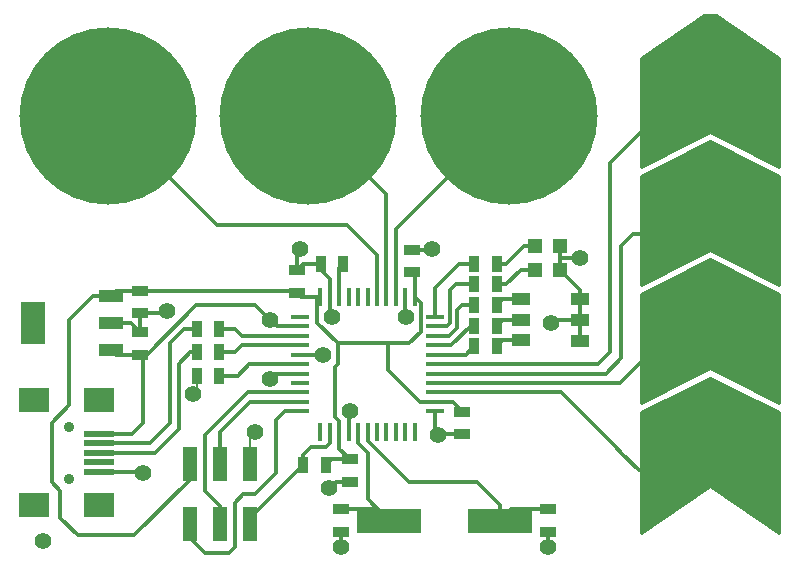
<source format=gtl>
G04 (created by PCBNEW-RS274X (2012-jan-04)-stable) date Wed 25 Apr 2012 03:41:19 PM EEST*
G01*
G70*
G90*
%MOIN*%
G04 Gerber Fmt 3.4, Leading zero omitted, Abs format*
%FSLAX34Y34*%
G04 APERTURE LIST*
%ADD10C,0.006000*%
%ADD11R,0.098400X0.019700*%
%ADD12R,0.098400X0.078700*%
%ADD13C,0.035400*%
%ADD14R,0.016000X0.060000*%
%ADD15R,0.060000X0.016000*%
%ADD16R,0.051200X0.118100*%
%ADD17R,0.035000X0.055000*%
%ADD18R,0.055000X0.035000*%
%ADD19R,0.216500X0.078700*%
%ADD20R,0.047200X0.047200*%
%ADD21C,0.590600*%
%ADD22R,0.080000X0.144000*%
%ADD23R,0.080000X0.040000*%
%ADD24C,0.051200*%
%ADD25R,0.059100X0.039400*%
%ADD26C,0.055100*%
%ADD27C,0.011800*%
%ADD28C,0.008000*%
%ADD29C,0.010000*%
G04 APERTURE END LIST*
G54D10*
G54D11*
X20571Y-30276D03*
X20571Y-30591D03*
X20571Y-30906D03*
X20571Y-31221D03*
X20571Y-31536D03*
G54D12*
X20571Y-29154D03*
X20571Y-32658D03*
X18406Y-32658D03*
X18406Y-29154D03*
G54D13*
X19587Y-30040D03*
X19587Y-31772D03*
G54D14*
X29528Y-25703D03*
X29213Y-25703D03*
X28898Y-25703D03*
X28583Y-25703D03*
X28268Y-25703D03*
X27953Y-25703D03*
X29843Y-25703D03*
X30158Y-25703D03*
X30473Y-25703D03*
X30788Y-25703D03*
X31103Y-25703D03*
X29528Y-30203D03*
X29213Y-30203D03*
X28898Y-30203D03*
X28583Y-30203D03*
X28268Y-30203D03*
X27953Y-30203D03*
X29843Y-30203D03*
X30158Y-30203D03*
X30473Y-30203D03*
X30788Y-30203D03*
X31103Y-30203D03*
G54D15*
X27278Y-27953D03*
X31778Y-27953D03*
X27278Y-28268D03*
X31778Y-28268D03*
X31778Y-28583D03*
X27278Y-28583D03*
X27278Y-28898D03*
X31778Y-28898D03*
X31778Y-29213D03*
X27278Y-29213D03*
X27278Y-29528D03*
X31778Y-29528D03*
X31778Y-27638D03*
X27278Y-27638D03*
X27278Y-27323D03*
X31778Y-27323D03*
X31778Y-27008D03*
X27278Y-27008D03*
X27278Y-26693D03*
X31778Y-26693D03*
X31778Y-26378D03*
X27278Y-26378D03*
G54D16*
X23606Y-33283D03*
X23606Y-31283D03*
X24606Y-33283D03*
X24606Y-31283D03*
X25606Y-33283D03*
X25606Y-31283D03*
G54D17*
X28131Y-31299D03*
X27381Y-31299D03*
X23838Y-26773D03*
X24588Y-26773D03*
X24588Y-27560D03*
X23838Y-27560D03*
X33090Y-24606D03*
X33840Y-24606D03*
X33090Y-25295D03*
X33840Y-25295D03*
X33090Y-27362D03*
X33840Y-27362D03*
G54D18*
X21949Y-27639D03*
X21949Y-26889D03*
X35531Y-32794D03*
X35531Y-33544D03*
X28642Y-32794D03*
X28642Y-33544D03*
G54D17*
X27971Y-24606D03*
X28721Y-24606D03*
G54D18*
X28937Y-31121D03*
X28937Y-31871D03*
X32677Y-29546D03*
X32677Y-30296D03*
G54D17*
X24588Y-28348D03*
X23838Y-28348D03*
G54D18*
X31004Y-24883D03*
X31004Y-24133D03*
X27165Y-25572D03*
X27165Y-24822D03*
X21949Y-25511D03*
X21949Y-26261D03*
G54D19*
X30237Y-33169D03*
X33937Y-33169D03*
G54D20*
X35118Y-24803D03*
X35944Y-24803D03*
X35118Y-24016D03*
X35944Y-24016D03*
G54D21*
X34252Y-19685D03*
X27559Y-19685D03*
X20866Y-19685D03*
G54D22*
X18385Y-26575D03*
G54D23*
X20985Y-26575D03*
X20985Y-25675D03*
X20985Y-27475D03*
G54D24*
X40945Y-31496D03*
X40945Y-27559D03*
X40945Y-23622D03*
X40945Y-19685D03*
G54D17*
X33090Y-26673D03*
X33840Y-26673D03*
X33090Y-25984D03*
X33840Y-25984D03*
G54D25*
X34646Y-25787D03*
X34646Y-26476D03*
X34646Y-27165D03*
X36615Y-25788D03*
X36615Y-26477D03*
X36615Y-27166D03*
G54D26*
X26280Y-26476D03*
X26280Y-28445D03*
X27264Y-24114D03*
X28937Y-29528D03*
X35531Y-34055D03*
X28642Y-34055D03*
X23721Y-28938D03*
X28248Y-32087D03*
X25787Y-30217D03*
X31890Y-30315D03*
X35630Y-26575D03*
X30807Y-26378D03*
X22835Y-26181D03*
X36614Y-24409D03*
X18701Y-33858D03*
X28051Y-27657D03*
X28346Y-26378D03*
X22047Y-31594D03*
X31693Y-24114D03*
G54D27*
X28309Y-31121D02*
X28131Y-31299D01*
X27855Y-25801D02*
X27953Y-25703D01*
X28583Y-30767D02*
X28937Y-31121D01*
X28583Y-30203D02*
X28583Y-30767D01*
X32677Y-29546D02*
X32677Y-29527D01*
X27953Y-25703D02*
X27296Y-25703D01*
X27296Y-25703D02*
X27165Y-25572D01*
X28583Y-30203D02*
X28583Y-29862D01*
X28544Y-27952D02*
X28544Y-27264D01*
X28445Y-28051D02*
X28544Y-27952D01*
X28445Y-29724D02*
X28445Y-28051D01*
X28583Y-29862D02*
X28445Y-29724D01*
X23606Y-31283D02*
X23606Y-31807D01*
X28937Y-31121D02*
X28309Y-31121D01*
X21752Y-33661D02*
X21457Y-33661D01*
X20388Y-25675D02*
X20985Y-25675D01*
X19882Y-26181D02*
X20388Y-25675D01*
X21457Y-33661D02*
X20276Y-33661D01*
X20276Y-33661D02*
X20275Y-33661D01*
X31778Y-29213D02*
X31280Y-29213D01*
X30217Y-28150D02*
X30217Y-27264D01*
X31280Y-29213D02*
X30217Y-28150D01*
X27165Y-25572D02*
X27165Y-25590D01*
X32677Y-29527D02*
X32363Y-29213D01*
X31299Y-26871D02*
X31299Y-25899D01*
X28839Y-27264D02*
X30217Y-27264D01*
X31299Y-25899D02*
X31103Y-25703D01*
X20276Y-33661D02*
X19881Y-33661D01*
X19587Y-26476D02*
X19882Y-26181D01*
X19587Y-29330D02*
X19587Y-26476D01*
X18996Y-29921D02*
X19587Y-29330D01*
X18996Y-31889D02*
X18996Y-29921D01*
X19291Y-32184D02*
X18996Y-31889D01*
X19291Y-33071D02*
X19291Y-32184D01*
X19881Y-33661D02*
X19291Y-33071D01*
X28544Y-27264D02*
X28839Y-27264D01*
X31103Y-24982D02*
X31004Y-24883D01*
X31103Y-25703D02*
X31103Y-24982D01*
X30906Y-27264D02*
X31299Y-26871D01*
X30217Y-27264D02*
X30906Y-27264D01*
X21949Y-25511D02*
X27104Y-25511D01*
X27104Y-25511D02*
X27165Y-25572D01*
X32363Y-29213D02*
X31778Y-29213D01*
X27854Y-26574D02*
X27855Y-26575D01*
X27855Y-26575D02*
X28544Y-27264D01*
X21949Y-25511D02*
X21149Y-25511D01*
X21149Y-25511D02*
X20985Y-25675D01*
X23606Y-31807D02*
X21752Y-33661D01*
X27855Y-26575D02*
X27855Y-25801D01*
X26497Y-26693D02*
X26280Y-26476D01*
X22164Y-27639D02*
X23819Y-25984D01*
X21949Y-27639D02*
X21149Y-27639D01*
X27278Y-26693D02*
X26497Y-26693D01*
X21693Y-30276D02*
X22047Y-29922D01*
X20571Y-30276D02*
X21693Y-30276D01*
X22047Y-29528D02*
X22047Y-29429D01*
X22047Y-29429D02*
X22047Y-27737D01*
X22047Y-29922D02*
X22047Y-29528D01*
X25788Y-25984D02*
X23819Y-25984D01*
X21949Y-27639D02*
X22164Y-27639D01*
X26457Y-28268D02*
X26280Y-28445D01*
X21149Y-27639D02*
X20985Y-27475D01*
X22047Y-27737D02*
X21949Y-27639D01*
X27278Y-28268D02*
X26457Y-28268D01*
X26280Y-26476D02*
X25788Y-25984D01*
X25098Y-32579D02*
X25394Y-32283D01*
X26771Y-29528D02*
X27278Y-29528D01*
X26476Y-31595D02*
X26476Y-29823D01*
X24901Y-34252D02*
X25098Y-34055D01*
X26476Y-29823D02*
X26771Y-29528D01*
X25394Y-32283D02*
X25788Y-32283D01*
X24114Y-34252D02*
X24901Y-34252D01*
X23606Y-33744D02*
X24114Y-34252D01*
X23606Y-33283D02*
X23606Y-33744D01*
X25098Y-34055D02*
X25098Y-32579D01*
X25788Y-32283D02*
X26476Y-31595D01*
X27278Y-29213D02*
X25610Y-29213D01*
X25610Y-29213D02*
X24606Y-30217D01*
X24606Y-30217D02*
X24606Y-31283D01*
X28268Y-30591D02*
X28150Y-30709D01*
X27381Y-30986D02*
X27381Y-31299D01*
X25606Y-33283D02*
X25606Y-33074D01*
X28268Y-30203D02*
X28268Y-30591D01*
X28150Y-30709D02*
X27658Y-30709D01*
X25606Y-33074D02*
X27381Y-31299D01*
X27658Y-30709D02*
X27381Y-30986D01*
X24606Y-32677D02*
X24606Y-33283D01*
X24114Y-30315D02*
X24114Y-32185D01*
X27278Y-28898D02*
X25531Y-28898D01*
X24114Y-32185D02*
X24606Y-32677D01*
X25531Y-28898D02*
X24114Y-30315D01*
X32579Y-24606D02*
X33090Y-24606D01*
X31778Y-25407D02*
X32579Y-24606D01*
X31778Y-26378D02*
X31778Y-25407D01*
X32165Y-26693D02*
X31778Y-26693D01*
X32283Y-26575D02*
X32165Y-26693D01*
X32283Y-25492D02*
X32283Y-26575D01*
X32480Y-25295D02*
X32283Y-25492D01*
X33090Y-25295D02*
X32480Y-25295D01*
X32503Y-26158D02*
X32677Y-25984D01*
X32677Y-25984D02*
X33090Y-25984D01*
X32244Y-27008D02*
X32503Y-26749D01*
X31778Y-27008D02*
X32244Y-27008D01*
X32503Y-26749D02*
X32503Y-26158D01*
X31778Y-27638D02*
X32814Y-27638D01*
X32814Y-27638D02*
X33090Y-27362D01*
X32972Y-26673D02*
X33090Y-26673D01*
X32322Y-27323D02*
X32972Y-26673D01*
X31778Y-27323D02*
X32322Y-27323D01*
X37598Y-21260D02*
X39173Y-19685D01*
X37204Y-27953D02*
X37598Y-27559D01*
X31778Y-27953D02*
X37204Y-27953D01*
X39173Y-19685D02*
X40945Y-19685D01*
X37598Y-27559D02*
X37598Y-21260D01*
X40945Y-23622D02*
X38386Y-23622D01*
X37481Y-28268D02*
X31778Y-28268D01*
X37992Y-27757D02*
X37481Y-28268D01*
X37992Y-24016D02*
X37992Y-27757D01*
X38386Y-23622D02*
X37992Y-24016D01*
X31778Y-28583D02*
X37952Y-28583D01*
X38976Y-27559D02*
X40945Y-27559D01*
X37952Y-28583D02*
X38976Y-27559D01*
X37795Y-30708D02*
X37992Y-30905D01*
X31778Y-28898D02*
X35985Y-28898D01*
X38583Y-31496D02*
X40945Y-31496D01*
X35985Y-28898D02*
X37795Y-30708D01*
X37992Y-30905D02*
X38583Y-31496D01*
X36615Y-25788D02*
X36615Y-25474D01*
X28464Y-31871D02*
X28248Y-32087D01*
X28032Y-27638D02*
X28051Y-27657D01*
X28898Y-29567D02*
X28937Y-29528D01*
X28898Y-30203D02*
X28898Y-29567D01*
G54D28*
X23838Y-28821D02*
X23721Y-28938D01*
G54D27*
X30788Y-26359D02*
X30807Y-26378D01*
X36615Y-25474D02*
X35944Y-24803D01*
X27971Y-24822D02*
X27971Y-24606D01*
X21989Y-31536D02*
X22047Y-31594D01*
X28268Y-25119D02*
X27971Y-24822D01*
X21949Y-26889D02*
X21949Y-26575D01*
X21949Y-26575D02*
X21949Y-26261D01*
G54D28*
X25606Y-31283D02*
X25606Y-30398D01*
G54D27*
X27971Y-24606D02*
X27381Y-24606D01*
X28268Y-26300D02*
X28346Y-26378D01*
X27165Y-24822D02*
X27165Y-24213D01*
X28268Y-25703D02*
X28268Y-25119D01*
X28642Y-33544D02*
X28642Y-34055D01*
X27278Y-27638D02*
X28032Y-27638D01*
X30788Y-25703D02*
X30788Y-26359D01*
X20571Y-31536D02*
X21989Y-31536D01*
X27165Y-24213D02*
X27264Y-24114D01*
X28937Y-31871D02*
X28464Y-31871D01*
G54D28*
X23838Y-28348D02*
X23838Y-28821D01*
X25606Y-30398D02*
X25787Y-30217D01*
G54D27*
X36615Y-27166D02*
X36615Y-26477D01*
X36615Y-26477D02*
X35728Y-26477D01*
X35728Y-26477D02*
X35630Y-26575D01*
X35944Y-24409D02*
X36614Y-24409D01*
X31909Y-30296D02*
X31890Y-30315D01*
X36615Y-26477D02*
X36615Y-25788D01*
X35944Y-24409D02*
X35944Y-24803D01*
X31778Y-30203D02*
X31890Y-30315D01*
X32677Y-30296D02*
X31909Y-30296D01*
X22755Y-26261D02*
X22835Y-26181D01*
X21949Y-26261D02*
X22755Y-26261D01*
X20985Y-26575D02*
X21635Y-26575D01*
X21989Y-31536D02*
X22047Y-31594D01*
X35531Y-33544D02*
X35531Y-34055D01*
X31778Y-30203D02*
X31778Y-29528D01*
X27381Y-24606D02*
X27165Y-24822D01*
X35944Y-24016D02*
X35944Y-24409D01*
X21635Y-26575D02*
X21949Y-26889D01*
X31674Y-24133D02*
X31693Y-24114D01*
X31004Y-24133D02*
X31674Y-24133D01*
X28268Y-25703D02*
X28268Y-26300D01*
X29213Y-30203D02*
X29213Y-30591D01*
X29528Y-30906D02*
X29528Y-32460D01*
X29862Y-32794D02*
X30237Y-33169D01*
X28642Y-32794D02*
X29862Y-32794D01*
X29528Y-32460D02*
X30237Y-33169D01*
X29213Y-30591D02*
X29528Y-30906D01*
X28839Y-23327D02*
X29843Y-24331D01*
X29843Y-24331D02*
X29843Y-25703D01*
X24508Y-23327D02*
X28839Y-23327D01*
X20866Y-19685D02*
X24508Y-23327D01*
X30158Y-25703D02*
X30158Y-22284D01*
X30158Y-22284D02*
X27559Y-19685D01*
X30473Y-25703D02*
X30473Y-23464D01*
X30473Y-23464D02*
X34252Y-19685D01*
X28583Y-25703D02*
X28583Y-24744D01*
X28583Y-24744D02*
X28721Y-24606D01*
X35118Y-24016D02*
X34744Y-24016D01*
X34154Y-24606D02*
X33840Y-24606D01*
X34744Y-24016D02*
X34154Y-24606D01*
X35118Y-24803D02*
X34646Y-24803D01*
X34154Y-25295D02*
X33840Y-25295D01*
X34646Y-24803D02*
X34154Y-25295D01*
X25335Y-27008D02*
X25100Y-26773D01*
X25100Y-26773D02*
X24588Y-26773D01*
X27278Y-27008D02*
X25335Y-27008D01*
X22933Y-29922D02*
X22933Y-27264D01*
X20571Y-30591D02*
X22264Y-30591D01*
X22933Y-27264D02*
X23424Y-26773D01*
X23424Y-26773D02*
X23838Y-26773D01*
X22264Y-30591D02*
X22933Y-29922D01*
X20571Y-30906D02*
X22441Y-30906D01*
X23228Y-30119D02*
X22441Y-30906D01*
X23621Y-27560D02*
X23228Y-27953D01*
X23228Y-27953D02*
X23228Y-30119D01*
X23621Y-27560D02*
X23838Y-27560D01*
X27278Y-27323D02*
X25334Y-27323D01*
X25097Y-27560D02*
X24588Y-27560D01*
X25334Y-27323D02*
X25097Y-27560D01*
X34646Y-27165D02*
X34037Y-27165D01*
X34037Y-27165D02*
X33840Y-27362D01*
X34646Y-25787D02*
X34037Y-25787D01*
X34037Y-25787D02*
X33840Y-25984D01*
X27278Y-27953D02*
X25590Y-27953D01*
X25195Y-28348D02*
X24588Y-28348D01*
X25590Y-27953D02*
X25195Y-28348D01*
X35531Y-32794D02*
X34312Y-32794D01*
X34312Y-32794D02*
X33937Y-33169D01*
X29528Y-30203D02*
X29528Y-30512D01*
X33937Y-32657D02*
X33937Y-33169D01*
X33170Y-31890D02*
X33937Y-32657D01*
X30906Y-31890D02*
X33170Y-31890D01*
X29528Y-30512D02*
X30906Y-31890D01*
X34646Y-26476D02*
X34037Y-26476D01*
X34037Y-26476D02*
X33840Y-26673D01*
G54D10*
G36*
X43257Y-21376D02*
X40945Y-20220D01*
X38633Y-21376D01*
X38633Y-17744D01*
X40760Y-16325D01*
X41129Y-16325D01*
X43257Y-17744D01*
X43257Y-21376D01*
X43257Y-21376D01*
G37*
G54D29*
X43257Y-21376D02*
X40945Y-20220D01*
X38633Y-21376D01*
X38633Y-17744D01*
X40760Y-16325D01*
X41129Y-16325D01*
X43257Y-17744D01*
X43257Y-21376D01*
G54D10*
G36*
X43257Y-25313D02*
X40945Y-24157D01*
X38633Y-25313D01*
X38633Y-21685D01*
X40945Y-20528D01*
X43257Y-21685D01*
X43257Y-25313D01*
X43257Y-25313D01*
G37*
G54D29*
X43257Y-25313D02*
X40945Y-24157D01*
X38633Y-25313D01*
X38633Y-21685D01*
X40945Y-20528D01*
X43257Y-21685D01*
X43257Y-25313D01*
G54D10*
G36*
X43257Y-29250D02*
X40945Y-28094D01*
X38633Y-29250D01*
X38633Y-25622D01*
X40945Y-24465D01*
X43257Y-25622D01*
X43257Y-29250D01*
X43257Y-29250D01*
G37*
G54D29*
X43257Y-29250D02*
X40945Y-28094D01*
X38633Y-29250D01*
X38633Y-25622D01*
X40945Y-24465D01*
X43257Y-25622D01*
X43257Y-29250D01*
G54D10*
G36*
X43257Y-33568D02*
X40945Y-32027D01*
X38633Y-33568D01*
X38633Y-29559D01*
X40945Y-28402D01*
X43257Y-29559D01*
X43257Y-33568D01*
X43257Y-33568D01*
G37*
G54D29*
X43257Y-33568D02*
X40945Y-32027D01*
X38633Y-33568D01*
X38633Y-29559D01*
X40945Y-28402D01*
X43257Y-29559D01*
X43257Y-33568D01*
M02*

</source>
